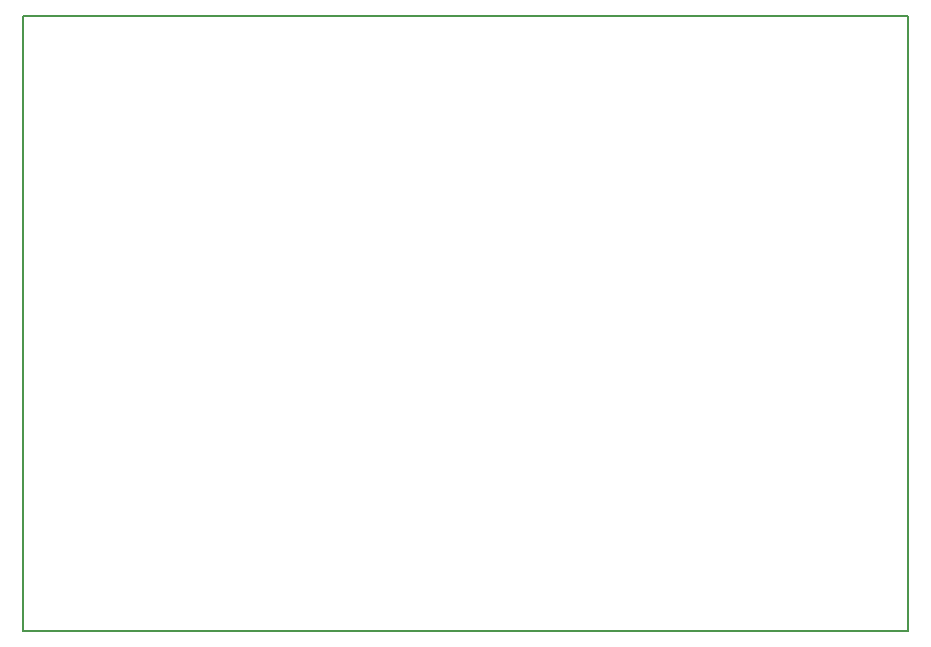
<source format=gbr>
G04 DipTrace 2.4.0.2*
%INBoardOutline.gbr*%
%MOIN*%
%ADD11C,0.0055*%
%FSLAX44Y44*%
G04*
G70*
G90*
G75*
G01*
%LNBoardOutline*%
%LPD*%
X3937Y24437D2*
D11*
X33437D1*
Y3937D1*
X3937D1*
Y24437D1*
M02*

</source>
